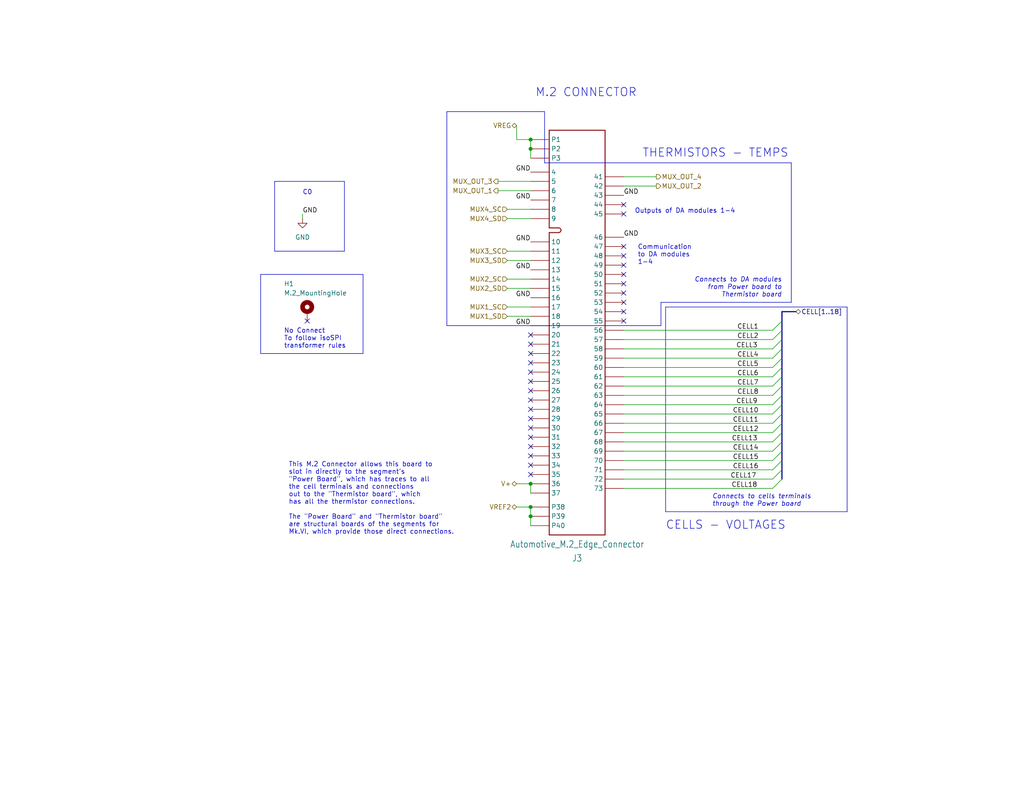
<source format=kicad_sch>
(kicad_sch (version 20230121) (generator eeschema)
  (paper "A")
  (title_block (title "MkVI BMS Cell Supervisory Circuit") (date "2022-12-04") (rev "0") (company "Olin Electric Motorsports"))
  (lib_symbols
    (symbol "OEM:Automotive_M.2_Edge_Connector"
      (property "Reference" "J?" (at 1.27 49.53 0))
      (property "Value" "Automotive_M.2_Edge_Connector" (at 7.62 45.72 0))
      (symbol "Automotive_M.2_Edge_Connector_0_1"
        (arc (start -5.0436 15.2415) (mid -4.4198 15.8765) (end -5.0436 16.5115) (stroke (width 0.25)))
        (polyline (pts (xy -7.62 15.24) (xy -5.08 15.24)) (stroke (width 0.25)))
        (polyline (pts (xy -7.62 16.51) (xy -5.08 16.51)) (stroke (width 0.25)))
        (polyline (pts (xy -7.62 43.18) (xy -7.62 16.51)) (stroke (width 0.25)))
        (polyline (pts (xy 7.62 -67.31) (xy -7.62 -67.31)) (stroke (width 0.25)))
      )
      (symbol "Automotive_M.2_Edge_Connector_1_0"
        (polyline (pts (xy -7.62 -67.31) (xy -7.62 15.24)) (stroke (width 0.254)))
        (polyline (pts (xy 7.62 43.18) (xy -7.62 43.18)) (stroke (width 0.254)))
        (polyline (pts (xy 7.62 43.18) (xy 7.62 -67.31)) (stroke (width 0.254)))
        (pin bidirectional line (at -12.7 12.7 0) (length 5.08) (name "10") (number "10"))
        (pin bidirectional line (at -12.7 10.16 0) (length 5.08) (name "11") (number "11"))
        (pin bidirectional line (at -12.7 7.62 0) (length 5.08) (name "12") (number "12"))
        (pin bidirectional line (at -12.7 5.08 0) (length 5.08) (name "13") (number "13"))
        (pin bidirectional line (at -12.7 2.54 0) (length 5.08) (name "14") (number "14"))
        (pin bidirectional line (at -12.7 0 0) (length 5.08) (name "15") (number "15"))
        (pin bidirectional line (at -12.7 -2.54 0) (length 5.08) (name "16") (number "16"))
        (pin bidirectional line (at -12.7 -5.08 0) (length 5.08) (name "17") (number "17"))
        (pin bidirectional line (at -12.7 -7.62 0) (length 5.08) (name "18") (number "18"))
        (pin bidirectional line (at -12.7 -10.16 0) (length 5.08) (name "19") (number "19"))
        (pin bidirectional line (at -12.7 -12.7 0) (length 5.08) (name "20") (number "20"))
        (pin bidirectional line (at -12.7 -15.24 0) (length 5.08) (name "21") (number "21"))
        (pin bidirectional line (at -12.7 -17.78 0) (length 5.08) (name "22") (number "22"))
        (pin bidirectional line (at -12.7 -20.32 0) (length 5.08) (name "23") (number "23"))
        (pin bidirectional line (at -12.7 -22.86 0) (length 5.08) (name "24") (number "24"))
        (pin bidirectional line (at -12.7 -25.4 0) (length 5.08) (name "25") (number "25"))
        (pin bidirectional line (at -12.7 -27.94 0) (length 5.08) (name "26") (number "26"))
        (pin bidirectional line (at -12.7 -30.48 0) (length 5.08) (name "27") (number "27"))
        (pin bidirectional line (at -12.7 -33.02 0) (length 5.08) (name "28") (number "28"))
        (pin bidirectional line (at -12.7 -35.56 0) (length 5.08) (name "29") (number "29"))
        (pin bidirectional line (at -12.7 -38.1 0) (length 5.08) (name "30") (number "30"))
        (pin bidirectional line (at -12.7 -40.64 0) (length 5.08) (name "31") (number "31"))
        (pin bidirectional line (at -12.7 -43.18 0) (length 5.08) (name "32") (number "32"))
        (pin bidirectional line (at -12.7 -45.72 0) (length 5.08) (name "33") (number "33"))
        (pin bidirectional line (at -12.7 -48.26 0) (length 5.08) (name "34") (number "34"))
        (pin bidirectional line (at -12.7 -50.8 0) (length 5.08) (name "35") (number "35"))
        (pin bidirectional line (at -12.7 -53.34 0) (length 5.08) (name "36") (number "36"))
        (pin bidirectional line (at -12.7 -55.88 0) (length 5.08) (name "37") (number "37"))
        (pin bidirectional line (at -12.7 31.75 0) (length 5.08) (name "4") (number "4"))
        (pin bidirectional line (at 12.7 30.48 180) (length 5.08) (name "41") (number "41"))
        (pin bidirectional line (at 12.7 27.94 180) (length 5.08) (name "42") (number "42"))
        (pin bidirectional line (at 12.7 25.4 180) (length 5.08) (name "43") (number "43"))
        (pin bidirectional line (at 12.7 22.86 180) (length 5.08) (name "44") (number "44"))
        (pin bidirectional line (at 12.7 20.32 180) (length 5.08) (name "45") (number "45"))
        (pin bidirectional line (at 12.7 13.97 180) (length 5.08) (name "46") (number "46"))
        (pin bidirectional line (at 12.7 11.43 180) (length 5.08) (name "47") (number "47"))
        (pin bidirectional line (at 12.7 8.89 180) (length 5.08) (name "48") (number "48"))
        (pin bidirectional line (at 12.7 6.35 180) (length 5.08) (name "49") (number "49"))
        (pin bidirectional line (at -12.7 29.21 0) (length 5.08) (name "5") (number "5"))
        (pin bidirectional line (at 12.7 3.81 180) (length 5.08) (name "50") (number "50"))
        (pin bidirectional line (at 12.7 1.27 180) (length 5.08) (name "51") (number "51"))
        (pin bidirectional line (at 12.7 -1.27 180) (length 5.08) (name "52") (number "52"))
        (pin bidirectional line (at 12.7 -3.81 180) (length 5.08) (name "53") (number "53"))
        (pin bidirectional line (at 12.7 -6.35 180) (length 5.08) (name "54") (number "54"))
        (pin bidirectional line (at 12.7 -8.89 180) (length 5.08) (name "55") (number "55"))
        (pin bidirectional line (at 12.7 -11.43 180) (length 5.08) (name "56") (number "56"))
        (pin bidirectional line (at 12.7 -13.97 180) (length 5.08) (name "57") (number "57"))
        (pin bidirectional line (at 12.7 -16.51 180) (length 5.08) (name "58") (number "58"))
        (pin bidirectional line (at 12.7 -19.05 180) (length 5.08) (name "59") (number "59"))
        (pin bidirectional line (at -12.7 26.67 0) (length 5.08) (name "6") (number "6"))
        (pin bidirectional line (at 12.7 -21.59 180) (length 5.08) (name "60") (number "60"))
        (pin bidirectional line (at 12.7 -24.13 180) (length 5.08) (name "61") (number "61"))
        (pin bidirectional line (at 12.7 -26.67 180) (length 5.08) (name "62") (number "62"))
        (pin bidirectional line (at 12.7 -29.21 180) (length 5.08) (name "63") (number "63"))
        (pin bidirectional line (at 12.7 -31.75 180) (length 5.08) (name "64") (number "64"))
        (pin bidirectional line (at 12.7 -34.29 180) (length 5.08) (name "65") (number "65"))
        (pin bidirectional line (at 12.7 -36.83 180) (length 5.08) (name "66") (number "66"))
        (pin bidirectional line (at 12.7 -39.37 180) (length 5.08) (name "67") (number "67"))
        (pin bidirectional line (at 12.7 -41.91 180) (length 5.08) (name "68") (number "68"))
        (pin bidirectional line (at 12.7 -44.45 180) (length 5.08) (name "69") (number "69"))
        (pin bidirectional line (at -12.7 24.13 0) (length 5.08) (name "7") (number "7"))
        (pin bidirectional line (at 12.7 -46.99 180) (length 5.08) (name "70") (number "70"))
        (pin bidirectional line (at 12.7 -49.53 180) (length 5.08) (name "71") (number "71"))
        (pin bidirectional line (at 12.7 -52.07 180) (length 5.08) (name "72") (number "72"))
        (pin bidirectional line (at 12.7 -54.61 180) (length 5.08) (name "73") (number "73"))
        (pin bidirectional line (at -12.7 21.59 0) (length 5.08) (name "8") (number "8"))
        (pin bidirectional line (at -12.7 19.05 0) (length 5.08) (name "9") (number "9"))
        (pin bidirectional line (at -12.7 40.64 0) (length 5.08) (name "P1") (number "P1"))
        (pin bidirectional line (at -12.7 38.1 0) (length 5.08) (name "P2") (number "P2"))
        (pin bidirectional line (at -12.7 35.56 0) (length 5.08) (name "P3") (number "P3"))
        (pin bidirectional line (at -12.7 -59.69 0) (length 5.08) (name "P38") (number "P38"))
        (pin bidirectional line (at -12.7 -62.23 0) (length 5.08) (name "P39") (number "P39"))
        (pin bidirectional line (at -12.7 -64.77 0) (length 5.08) (name "P40") (number "P40"))
      )
    )
    (symbol "OEM:M.2_MountingHole" (pin_numbers hide) (pin_names (offset 1.016) hide) (in_bom no)
      (property "Reference" "H" (at 0 6.35 0))
      (property "Value" "M.2_MountingHole" (at 0 4.445 0))
      (symbol "M.2_MountingHole_0_1"
        (circle (center 0 1.27) (radius 1.27) (stroke (width 1.27)))
      )
      (symbol "M.2_MountingHole_1_1"
        (pin input line (at 0 -2.54 90) (length 2.54) (name "1") (number "1"))
      )
    )
    (symbol "power:GND" (power) (pin_names (offset 0))
      (property "Value" "GND" (at 0 -3.81 0))
      (symbol "GND_0_1"
        (polyline (pts (xy 0 0) (xy 0 -1.27) (xy 1.27 -1.27) (xy 0 -2.54) (xy -1.27 -1.27) (xy 0 -1.27)))
      )
      (symbol "GND_1_1"
        (pin power_in line (at 0 0 270) (length 0) hide (name "GND") (number "1"))
      )
    )
  )
  (junction (at 144.78 38.1))
  (junction (at 144.78 138.43))
  (junction (at 144.78 40.64))
  (junction (at 144.78 140.97))
  (junction (at 144.78 132.08))
  (no_connect (at 170.18 82.55))
  (no_connect (at 170.18 85.09))
  (no_connect (at 170.18 69.85))
  (no_connect (at 170.18 55.88))
  (no_connect (at 170.18 58.42))
  (no_connect (at 170.18 74.93))
  (no_connect (at 170.18 67.31))
  (no_connect (at 170.18 77.47))
  (no_connect (at 83.82 87.63))
  (no_connect (at 170.18 80.01))
  (no_connect (at 144.78 114.3))
  (no_connect (at 144.78 116.84))
  (no_connect (at 144.78 119.38))
  (no_connect (at 144.78 121.92))
  (no_connect (at 144.78 124.46))
  (no_connect (at 144.78 127))
  (no_connect (at 144.78 129.54))
  (no_connect (at 170.18 72.39))
  (no_connect (at 170.18 87.63))
  (no_connect (at 144.78 91.44))
  (no_connect (at 144.78 93.98))
  (no_connect (at 144.78 96.52))
  (no_connect (at 144.78 99.06))
  (no_connect (at 144.78 101.6))
  (no_connect (at 144.78 104.14))
  (no_connect (at 144.78 106.68))
  (no_connect (at 144.78 109.22))
  (no_connect (at 144.78 111.76))
  (bus_entry (at 213.36 102.87) (size -2.54 2.54))
  (bus_entry (at 213.36 95.25) (size -2.54 2.54))
  (bus_entry (at 213.36 105.41) (size -2.54 2.54))
  (bus_entry (at 213.36 130.81) (size -2.54 2.54))
  (bus_entry (at 213.36 97.79) (size -2.54 2.54))
  (bus_entry (at 213.36 123.19) (size -2.54 2.54))
  (bus_entry (at 213.36 110.49) (size -2.54 2.54))
  (bus_entry (at 213.36 113.03) (size -2.54 2.54))
  (bus_entry (at 213.36 92.71) (size -2.54 2.54))
  (bus_entry (at 213.36 125.73) (size -2.54 2.54))
  (bus_entry (at 213.36 100.33) (size -2.54 2.54))
  (bus_entry (at 213.36 87.63) (size -2.54 2.54))
  (bus_entry (at 213.36 90.17) (size -2.54 2.54))
  (bus_entry (at 213.36 115.57) (size -2.54 2.54))
  (bus_entry (at 213.36 120.65) (size -2.54 2.54))
  (bus_entry (at 213.36 118.11) (size -2.54 2.54))
  (bus_entry (at 213.36 107.95) (size -2.54 2.54))
  (bus_entry (at 213.36 128.27) (size -2.54 2.54))
  (wire (pts (xy 210.82 110.49) (xy 170.18 110.49)))
  (polyline (pts (xy 215.9 82.55) (xy 180.34 82.55)))
  (wire (pts (xy 135.89 52.07) (xy 144.78 52.07)))
  (bus (pts (xy 213.36 87.63) (xy 213.36 90.17)))
  (wire (pts (xy 210.82 133.35) (xy 170.18 133.35)))
  (bus (pts (xy 213.36 90.17) (xy 213.36 92.71)))
  (bus (pts (xy 213.36 120.65) (xy 213.36 123.19)))
  (bus (pts (xy 213.36 115.57) (xy 213.36 118.11)))
  (wire (pts (xy 140.97 38.1) (xy 144.78 38.1)))
  (polyline (pts (xy 121.92 44.45) (xy 121.92 88.9)))
  (wire (pts (xy 138.43 57.15) (xy 144.78 57.15)))
  (polyline (pts (xy 74.93 49.53) (xy 93.98 49.53)))
  (polyline (pts (xy 71.12 96.52) (xy 99.06 96.52)))
  (wire (pts (xy 138.43 71.12) (xy 144.78 71.12)))
  (wire (pts (xy 210.82 107.95) (xy 170.18 107.95)))
  (polyline (pts (xy 121.92 44.45) (xy 121.92 30.48)))
  (polyline (pts (xy 215.9 82.55) (xy 215.9 44.45)))
  (polyline (pts (xy 121.92 30.48) (xy 148.59 30.48)))
  (polyline (pts (xy 74.93 49.53) (xy 74.93 68.58)))
  (bus (pts (xy 213.36 102.87) (xy 213.36 105.41)))
  (polyline (pts (xy 99.06 96.52) (xy 99.06 74.93)))
  (bus (pts (xy 213.36 100.33) (xy 213.36 102.87)))
  (wire (pts (xy 210.82 97.79) (xy 170.18 97.79)))
  (bus (pts (xy 213.36 123.19) (xy 213.36 125.73)))
  (polyline (pts (xy 148.59 44.45) (xy 215.9 44.45)))
  (wire (pts (xy 82.55 58.42) (xy 82.55 59.69)))
  (polyline (pts (xy 181.61 139.7) (xy 181.61 83.82)))
  (bus (pts (xy 213.36 125.73) (xy 213.36 128.27)))
  (wire (pts (xy 210.82 100.33) (xy 170.18 100.33)))
  (wire (pts (xy 210.82 123.19) (xy 170.18 123.19)))
  (wire (pts (xy 140.97 132.08) (xy 144.78 132.08)))
  (wire (pts (xy 210.82 120.65) (xy 170.18 120.65)))
  (wire (pts (xy 135.89 49.53) (xy 144.78 49.53)))
  (wire (pts (xy 140.97 34.29) (xy 140.97 38.1)))
  (bus (pts (xy 213.36 118.11) (xy 213.36 120.65)))
  (bus (pts (xy 213.36 95.25) (xy 213.36 97.79)))
  (wire (pts (xy 179.07 50.8) (xy 170.18 50.8)))
  (bus (pts (xy 217.17 85.09) (xy 213.36 85.09)))
  (wire (pts (xy 210.82 118.11) (xy 170.18 118.11)))
  (wire (pts (xy 210.82 105.41) (xy 170.18 105.41)))
  (polyline (pts (xy 231.14 139.7) (xy 181.61 139.7)))
  (wire (pts (xy 144.78 40.64) (xy 144.78 43.18)))
  (polyline (pts (xy 93.98 68.58) (xy 93.98 49.53)))
  (bus (pts (xy 213.36 113.03) (xy 213.36 115.57)))
  (wire (pts (xy 210.82 128.27) (xy 170.18 128.27)))
  (polyline (pts (xy 181.61 83.82) (xy 231.14 83.82)))
  (polyline (pts (xy 71.12 74.93) (xy 71.12 96.52)))
  (polyline (pts (xy 121.92 88.9) (xy 180.34 88.9)))
  (bus (pts (xy 213.36 97.79) (xy 213.36 100.33)))
  (wire (pts (xy 210.82 113.03) (xy 170.18 113.03)))
  (polyline (pts (xy 148.59 30.48) (xy 148.59 44.45)))
  (polyline (pts (xy 74.93 68.58) (xy 93.98 68.58)))
  (wire (pts (xy 138.43 83.82) (xy 144.78 83.82)))
  (wire (pts (xy 179.07 48.26) (xy 170.18 48.26)))
  (wire (pts (xy 140.97 138.43) (xy 144.78 138.43)))
  (polyline (pts (xy 71.12 74.93) (xy 99.06 74.93)))
  (wire (pts (xy 138.43 86.36) (xy 144.78 86.36)))
  (polyline (pts (xy 231.14 83.82) (xy 231.14 139.7)))
  (wire (pts (xy 138.43 68.58) (xy 144.78 68.58)))
  (bus (pts (xy 213.36 107.95) (xy 213.36 110.49)))
  (wire (pts (xy 144.78 132.08) (xy 144.78 134.62)))
  (bus (pts (xy 213.36 92.71) (xy 213.36 95.25)))
  (bus (pts (xy 213.36 85.09) (xy 213.36 87.63)))
  (wire (pts (xy 144.78 38.1) (xy 144.78 40.64)))
  (wire (pts (xy 210.82 115.57) (xy 170.18 115.57)))
  (wire (pts (xy 144.78 138.43) (xy 144.78 140.97)))
  (wire (pts (xy 210.82 95.25) (xy 170.18 95.25)))
  (wire (pts (xy 210.82 90.17) (xy 170.18 90.17)))
  (bus (pts (xy 213.36 105.41) (xy 213.36 107.95)))
  (bus (pts (xy 213.36 110.49) (xy 213.36 113.03)))
  (bus (pts (xy 213.36 128.27) (xy 213.36 130.81)))
  (wire (pts (xy 210.82 125.73) (xy 170.18 125.73)))
  (wire (pts (xy 144.78 140.97) (xy 144.78 143.51)))
  (wire (pts (xy 138.43 78.74) (xy 144.78 78.74)))
  (wire (pts (xy 138.43 76.2) (xy 144.78 76.2)))
  (wire (pts (xy 210.82 92.71) (xy 170.18 92.71)))
  (wire (pts (xy 210.82 130.81) (xy 170.18 130.81)))
  (wire (pts (xy 210.82 102.87) (xy 170.18 102.87)))
  (polyline (pts (xy 180.34 82.55) (xy 180.34 88.9)))
  (wire (pts (xy 138.43 59.69) (xy 144.78 59.69)))
  (text "C0" (at 82.55 53.34 0) (effects (font (size 1.27 1.27)) (justify left bottom)))
  (text "This M.2 Connector allows this board to\nslot in directly to the segment's\n\"Power Board\", which has traces to all\nthe cell terminals and connections\nout to the \"Thermistor board\", which\nhas all the thermistor connections.\n\nThe \"Power Board\" and \"Thermistor board\"\nare structural boards of the segments for\nMk.VI, which provide those direct connections." (at 78.74 146.05 0) (effects (font (size 1.27 1.27)) (justify left bottom)))
  (text "Connects to DA modules\nfrom Power board to\nThermistor board" (at 213.36 81.28 0) (effects (font (size 1.27 1.27) italic) (justify right bottom)))
  (text "No Connect\nTo follow isoSPI\ntransformer rules" (at 77.47 95.25 0) (effects (font (size 1.27 1.27)) (justify left bottom)))
  (text "Communication\nto DA modules\n1-4" (at 173.99 72.39 0) (effects (font (size 1.27 1.27)) (justify left bottom)))
  (text "Connects to cells terminals\nthrough the Power board" (at 194.31 138.43 0) (effects (font (size 1.27 1.27) italic) (justify left bottom)))
  (text "THERMISTORS - TEMPS" (at 175.26 43.18 0) (effects (font (size 2.2606 2.2606)) (justify left bottom)))
  (text "M.2 CONNECTOR" (at 146.05 26.67 0) (effects (font (size 2.2606 2.2606)) (justify left bottom)))
  (text "CELLS - VOLTAGES" (at 181.61 144.78 0) (effects (font (size 2.2606 2.2606)) (justify left bottom)))
  (text "Outputs of DA modules 1-4" (at 200.66 58.42 0) (effects (font (size 1.27 1.27)) (justify right bottom)))
  (label "CELL9" (at 206.7315 110.49 180))
  (label "CELL1" (at 207.01 90.17 180))
  (label "CELL2" (at 207.01 92.71 180))
  (label "GND" (at 144.78 46.99 180))
  (label "CELL4" (at 207.01 97.79 180))
  (label "CELL10" (at 207.01 113.03 180))
  (label "CELL6" (at 207.01 102.87 180))
  (label "CELL7" (at 207.01 105.41 180))
  (label "GND" (at 144.78 54.61 180))
  (label "GND" (at 170.18 53.34 0))
  (label "CELL15" (at 207.01 125.73 180))
  (label "CELL5" (at 207.01 100.33 180))
  (label "GND" (at 82.55 58.42 0))
  (label "GND" (at 144.78 88.9 180))
  (label "CELL8" (at 207.01 107.95 180))
  (label "GND" (at 144.78 81.28 180))
  (label "CELL16" (at 207.01 128.27 180))
  (label "CELL18" (at 206.6609 133.35 180))
  (label "GND" (at 170.18 64.77 0))
  (label "CELL17" (at 206.3824 130.81 180))
  (label "GND" (at 144.78 73.66 180))
  (label "CELL11" (at 207.01 115.57 180))
  (label "CELL3" (at 206.7315 95.25 180))
  (label "CELL12" (at 207.01 118.11 180))
  (label "GND" (at 144.78 66.04 180))
  (label "CELL13" (at 206.7315 120.65 180))
  (label "CELL14" (at 207.01 123.19 180))
  (hierarchical_label "MUX_OUT_3" (shape output) (at 135.89 49.53 180))
  (hierarchical_label "MUX4_SD" (shape input) (at 138.43 59.69 180))
  (hierarchical_label "MUX_OUT_2" (shape output) (at 179.07 50.8 0))
  (hierarchical_label "MUX4_SC" (shape input) (at 138.43 57.15 180))
  (hierarchical_label "MUX1_SD" (shape input) (at 138.43 86.36 180))
  (hierarchical_label "V+" (shape bidirectional) (at 140.97 132.08 180))
  (hierarchical_label "MUX1_SC" (shape input) (at 138.43 83.82 180))
  (hierarchical_label "VREF2" (shape bidirectional) (at 140.97 138.43 180))
  (hierarchical_label "MUX_OUT_1" (shape output) (at 135.89 52.07 180))
  (hierarchical_label "MUX3_SD" (shape input) (at 138.43 71.12 180))
  (hierarchical_label "MUX2_SC" (shape input) (at 138.43 76.2 180))
  (hierarchical_label "VREG" (shape bidirectional) (at 140.97 34.29 180))
  (hierarchical_label "MUX2_SD" (shape input) (at 138.43 78.74 180))
  (hierarchical_label "MUX_OUT_4" (shape output) (at 179.07 48.26 0))
  (hierarchical_label "MUX3_SC" (shape input) (at 138.43 68.58 180))
  (hierarchical_label "CELL[1..18]" (shape bidirectional) (at 217.17 85.09 0))
  (symbol (lib_id "OEM:M.2_MountingHole") (at 83.82 85.09 0) (unit 1) (in_bom no)
    (property "Reference" "H1" (at 77.47 77.47 0) (effects (justify left)))
    (property "Value" "M.2_MountingHole" (at 77.47 80.01 0) (effects (justify left)))
    (property "Footprint" "OEM:M.2_Mount" (effects hide))
  )
  (symbol (lib_id "OEM:Automotive_M.2_Edge_Connector") (at 157.48 78.74 0) (unit 1) (in_bom no)
    (property "Reference" "J3" (at 157.48 152.4 0) (effects (font (size 1.778 1.5113))))
    (property "Value" "Automotive_M.2_Edge_Connector" (at 157.48 148.59 0) (effects (font (size 1.778 1.5113))))
    (property "Footprint" "footprints:Automotive_M.2_Edge_Connector" (effects hide))
    (property "MPN" "N/A" (effects hide))
    (property "MFN" "N/A" (effects hide))
    (property "DKPN" "N/A" (effects hide))
    (property "NewDesigns" "YES" (effects hide))
    (property "Stocked" "N/A" (effects hide))
    (property "Package" "N/A" (effects hide))
    (property "Style" "Edge Connector" (effects hide))
  )
  (symbol (lib_id "power:GND") (at 82.55 59.69 0) (unit 1)
    (property "Reference" "#PWR?" (effects hide))
    (property "Value" "GND" (at 82.55 64.77 0))
  )
)
</source>
